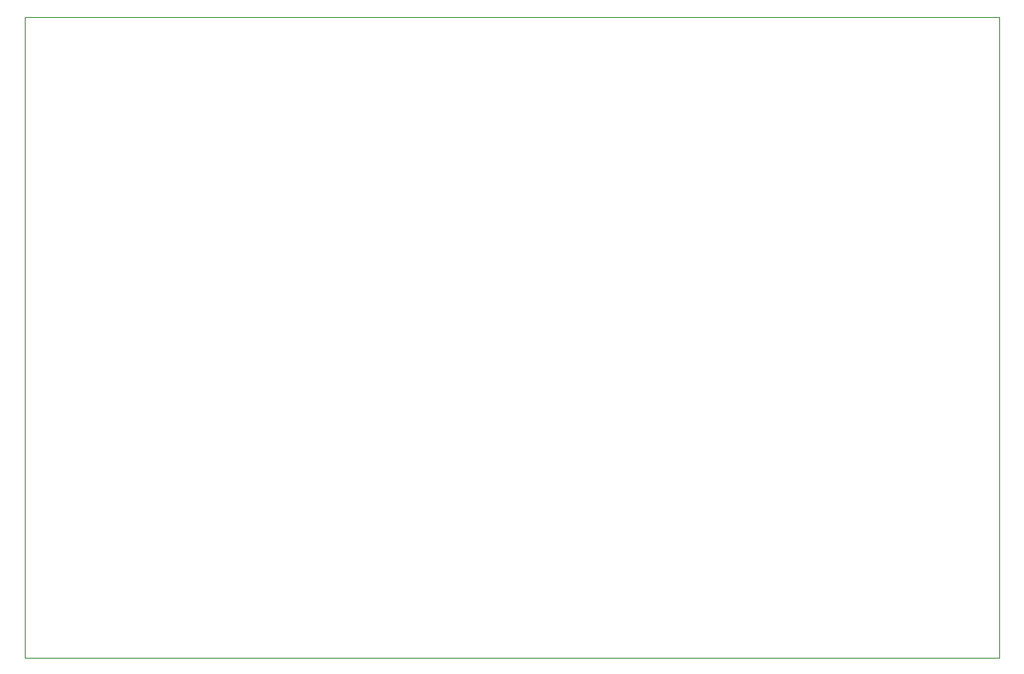
<source format=gbr>
G04 #@! TF.GenerationSoftware,KiCad,Pcbnew,5.1.5-52549c5~84~ubuntu18.04.1*
G04 #@! TF.CreationDate,2020-01-24T11:05:29-05:00*
G04 #@! TF.ProjectId,landfill_board_rev2,6c616e64-6669-46c6-9c5f-626f6172645f,rev?*
G04 #@! TF.SameCoordinates,Original*
G04 #@! TF.FileFunction,Profile,NP*
%FSLAX46Y46*%
G04 Gerber Fmt 4.6, Leading zero omitted, Abs format (unit mm)*
G04 Created by KiCad (PCBNEW 5.1.5-52549c5~84~ubuntu18.04.1) date 2020-01-24 11:05:29*
%MOMM*%
%LPD*%
G04 APERTURE LIST*
%ADD10C,0.100000*%
G04 APERTURE END LIST*
D10*
X143510000Y-95250000D02*
X143510000Y-158750000D01*
X46990000Y-95250000D02*
X143510000Y-95250000D01*
X46990000Y-158750000D02*
X46990000Y-95250000D01*
X143510000Y-158750000D02*
X46990000Y-158750000D01*
M02*

</source>
